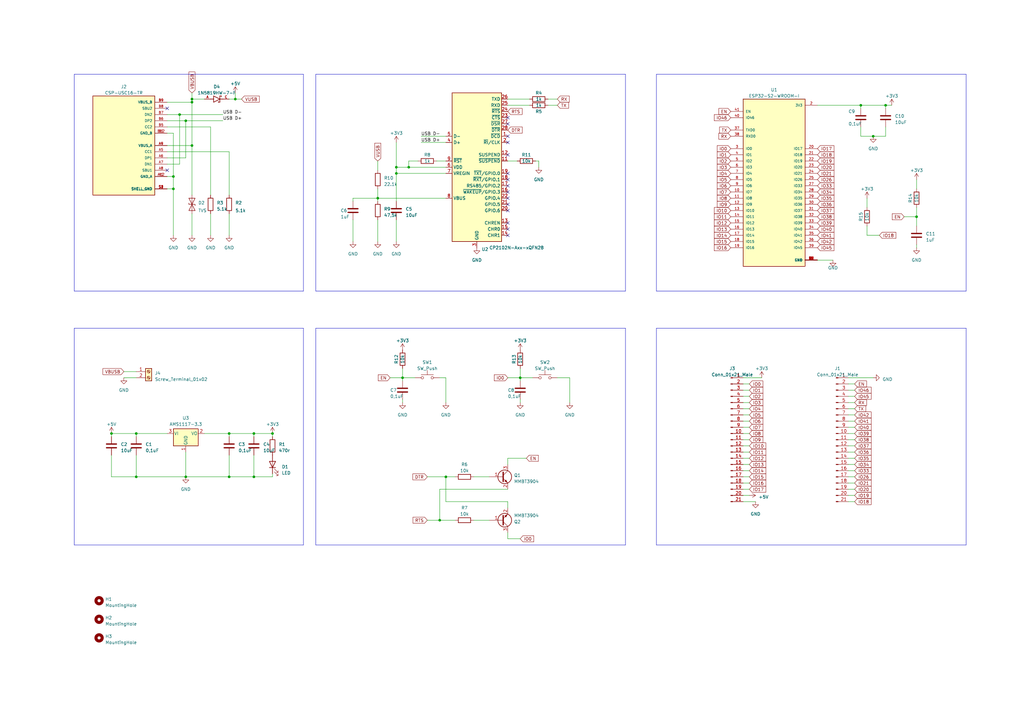
<source format=kicad_sch>
(kicad_sch (version 20230121) (generator eeschema)
  (paper "A3")
  (lib_symbols
    (symbol "1N5819HW-7-F:1N5819HW-7-F" (pin_names (offset 1.016))
      (property "Reference" "D" (at -5.08 2.54 0))
      (property "Value" "1N5819HW-7-F" (at -5.08 -3.81 0))
      (symbol "1N5819HW-7-F_0_0"
        (pin passive line (at -5.08 0 0) (length 2.54) (name "~") (number "A"))
        (pin passive line (at 5.08 0 180) (length 2.54) (name "~") (number "C"))
      )
    )
    (symbol "CSP-USC16-TR:CSP-USC16-TR" (pin_names (offset 1.016))
      (property "Reference" "J2" (at 0 16.51 0))
      (property "Value" "CSP-USC16-TR" (at 0 13.97 0))
      (symbol "CSP-USC16-TR_0_0"
        (pin power_in line (at 17.78 -20.32 180) (length 5.08) (name "GND_A") (number "A1"))
        (pin power_in line (at 17.78 -20.32 180) (length 5.08) (name "GND_A") (number "A12"))
        (pin power_in line (at 17.78 -7.62 180) (length 5.08) (name "VBUS_A") (number "A4"))
        (pin bidirectional line (at 17.78 -10.16 180) (length 5.08) (name "CC1") (number "A5"))
        (pin bidirectional line (at 17.78 -12.7 180) (length 5.08) (name "DP1") (number "A6"))
        (pin bidirectional line (at 17.78 -15.24 180) (length 5.08) (name "DN1") (number "A7"))
        (pin bidirectional line (at 17.78 -17.78 180) (length 5.08) (name "SBU1") (number "A8"))
        (pin power_in line (at 17.78 -7.62 180) (length 5.08) (name "VBUS_A") (number "A9"))
        (pin power_in line (at 17.78 -2.54 180) (length 5.08) (name "GND_B") (number "B1"))
        (pin power_in line (at 17.78 -2.54 180) (length 5.08) (name "GND_B") (number "B12"))
        (pin power_in line (at 17.78 10.16 180) (length 5.08) (name "VBUS_B") (number "B4"))
        (pin bidirectional line (at 17.78 0 180) (length 5.08) (name "CC2") (number "B5"))
        (pin bidirectional line (at 17.78 2.54 180) (length 5.08) (name "DP2") (number "B6"))
        (pin bidirectional line (at 17.78 5.08 180) (length 5.08) (name "DN2") (number "B7"))
        (pin bidirectional line (at 17.78 7.62 180) (length 5.08) (name "SBU2") (number "B8"))
        (pin power_in line (at 17.78 10.16 180) (length 5.08) (name "VBUS_B") (number "B9"))
        (pin power_in line (at 17.78 -25.4 180) (length 5.08) (name "SHELL_GND") (number "S1"))
        (pin power_in line (at 17.78 -25.4 180) (length 5.08) (name "SHELL_GND") (number "S2"))
        (pin power_in line (at 17.78 -25.4 180) (length 5.08) (name "SHELL_GND") (number "S3"))
        (pin power_in line (at 17.78 -25.4 180) (length 5.08) (name "SHELL_GND") (number "S4"))
      )
    )
    (symbol "Connector:Conn_01x21_Male" (pin_names (offset 1.016) hide)
      (property "Reference" "J" (at 0 27.94 0))
      (property "Value" "Conn_01x21_Male" (at 0 -27.94 0))
      (symbol "Conn_01x21_Male_1_1"
        (pin passive line (at 5.08 25.4 180) (length 3.81) (name "Pin_1") (number "1"))
        (pin passive line (at 5.08 2.54 180) (length 3.81) (name "Pin_10") (number "10"))
        (pin passive line (at 5.08 0 180) (length 3.81) (name "Pin_11") (number "11"))
        (pin passive line (at 5.08 -2.54 180) (length 3.81) (name "Pin_12") (number "12"))
        (pin passive line (at 5.08 -5.08 180) (length 3.81) (name "Pin_13") (number "13"))
        (pin passive line (at 5.08 -7.62 180) (length 3.81) (name "Pin_14") (number "14"))
        (pin passive line (at 5.08 -10.16 180) (length 3.81) (name "Pin_15") (number "15"))
        (pin passive line (at 5.08 -12.7 180) (length 3.81) (name "Pin_16") (number "16"))
        (pin passive line (at 5.08 -15.24 180) (length 3.81) (name "Pin_17") (number "17"))
        (pin passive line (at 5.08 -17.78 180) (length 3.81) (name "Pin_18") (number "18"))
        (pin passive line (at 5.08 -20.32 180) (length 3.81) (name "Pin_19") (number "19"))
        (pin passive line (at 5.08 22.86 180) (length 3.81) (name "Pin_2") (number "2"))
        (pin passive line (at 5.08 -22.86 180) (length 3.81) (name "Pin_20") (number "20"))
        (pin passive line (at 5.08 -25.4 180) (length 3.81) (name "Pin_21") (number "21"))
        (pin passive line (at 5.08 20.32 180) (length 3.81) (name "Pin_3") (number "3"))
        (pin passive line (at 5.08 17.78 180) (length 3.81) (name "Pin_4") (number "4"))
        (pin passive line (at 5.08 15.24 180) (length 3.81) (name "Pin_5") (number "5"))
        (pin passive line (at 5.08 12.7 180) (length 3.81) (name "Pin_6") (number "6"))
        (pin passive line (at 5.08 10.16 180) (length 3.81) (name "Pin_7") (number "7"))
        (pin passive line (at 5.08 7.62 180) (length 3.81) (name "Pin_8") (number "8"))
        (pin passive line (at 5.08 5.08 180) (length 3.81) (name "Pin_9") (number "9"))
      )
    )
    (symbol "Connector:Screw_Terminal_01x02" (pin_names (offset 1.016) hide)
      (property "Reference" "J" (at 0 2.54 0))
      (property "Value" "Screw_Terminal_01x02" (at 0 -5.08 0))
      (symbol "Screw_Terminal_01x02_1_1"
        (pin passive line (at -5.08 0 0) (length 3.81) (name "Pin_1") (number "1"))
        (pin passive line (at -5.08 -2.54 0) (length 3.81) (name "Pin_2") (number "2"))
      )
    )
    (symbol "Device:C" (pin_numbers hide) (pin_names (offset 0.254))
      (property "Reference" "C" (at 0.635 2.54 0))
      (property "Value" "C" (at 0.635 -2.54 0))
      (symbol "C_1_1"
        (pin passive line (at 0 3.81 270) (length 2.794) (name "~") (number "1"))
        (pin passive line (at 0 -3.81 90) (length 2.794) (name "~") (number "2"))
      )
    )
    (symbol "Device:LED" (pin_numbers hide) (pin_names (offset 1.016) hide)
      (property "Reference" "D" (at 0 2.54 0))
      (property "Value" "LED" (at 0 -2.54 0))
      (symbol "LED_1_1"
        (pin passive line (at -3.81 0 0) (length 2.54) (name "K") (number "1"))
        (pin passive line (at 3.81 0 180) (length 2.54) (name "A") (number "2"))
      )
    )
    (symbol "Device:R" (pin_numbers hide) (pin_names (offset 0))
      (property "Reference" "R" (at 2.032 0 90))
      (property "Value" "R" (at 0 0 90))
      (symbol "R_1_1"
        (pin passive line (at 0 3.81 270) (length 1.27) (name "~") (number "1"))
        (pin passive line (at 0 -3.81 90) (length 1.27) (name "~") (number "2"))
      )
    )
    (symbol "Diode:SD24_SOD323" (pin_numbers hide) (pin_names (offset 1.016) hide)
      (property "Reference" "D" (at 0 2.54 0))
      (property "Value" "SD24_SOD323" (at 0 -2.54 0))
      (symbol "SD24_SOD323_1_1"
        (pin passive line (at -3.81 0 0) (length 2.54) (name "A1") (number "1"))
        (pin passive line (at 3.81 0 180) (length 2.54) (name "A2") (number "2"))
      )
    )
    (symbol "ESP32-S2-WROOM-I1:ESP32-S2-WROOM-I" (pin_names (offset 1.016))
      (property "Reference" "U" (at -12.7 37.83 0))
      (property "Value" "ESP32-S2-WROOM-I" (at -12.7 -35.75 0))
      (symbol "ESP32-S2-WROOM-I_0_0"
        (pin power_in line (at 17.78 -30.48 180) (length 5.08) (name "GND") (number "1"))
        (pin bidirectional line (at -17.78 -2.54 0) (length 5.08) (name "IO7") (number "10"))
        (pin bidirectional line (at -17.78 -5.08 0) (length 5.08) (name "IO8") (number "11"))
        (pin bidirectional line (at -17.78 -7.62 0) (length 5.08) (name "IO9") (number "12"))
        (pin bidirectional line (at -17.78 -10.16 0) (length 5.08) (name "IO10") (number "13"))
        (pin bidirectional line (at -17.78 -12.7 0) (length 5.08) (name "IO11") (number "14"))
        (pin bidirectional line (at -17.78 -15.24 0) (length 5.08) (name "IO12") (number "15"))
        (pin bidirectional line (at -17.78 -17.78 0) (length 5.08) (name "IO13") (number "16"))
        (pin bidirectional line (at -17.78 -20.32 0) (length 5.08) (name "IO14") (number "17"))
        (pin bidirectional line (at -17.78 -22.86 0) (length 5.08) (name "IO15") (number "18"))
        (pin bidirectional line (at -17.78 -25.4 0) (length 5.08) (name "IO16") (number "19"))
        (pin power_in line (at 17.78 33.02 180) (length 5.08) (name "3V3") (number "2"))
        (pin bidirectional line (at 17.78 15.24 180) (length 5.08) (name "IO17") (number "20"))
        (pin bidirectional line (at 17.78 12.7 180) (length 5.08) (name "IO18") (number "21"))
        (pin bidirectional line (at 17.78 10.16 180) (length 5.08) (name "IO19") (number "22"))
        (pin bidirectional line (at 17.78 7.62 180) (length 5.08) (name "IO20") (number "23"))
        (pin bidirectional line (at 17.78 5.08 180) (length 5.08) (name "IO21") (number "24"))
        (pin bidirectional line (at 17.78 2.54 180) (length 5.08) (name "IO26") (number "25"))
        (pin power_in line (at 17.78 -30.48 180) (length 5.08) (name "GND") (number "26"))
        (pin bidirectional line (at 17.78 0 180) (length 5.08) (name "IO33") (number "27"))
        (pin bidirectional line (at 17.78 -2.54 180) (length 5.08) (name "IO34") (number "28"))
        (pin bidirectional line (at 17.78 -5.08 180) (length 5.08) (name "IO35") (number "29"))
        (pin bidirectional line (at -17.78 15.24 0) (length 5.08) (name "IO0") (number "3"))
        (pin bidirectional line (at 17.78 -7.62 180) (length 5.08) (name "IO36") (number "30"))
        (pin bidirectional line (at 17.78 -10.16 180) (length 5.08) (name "IO37") (number "31"))
        (pin bidirectional line (at 17.78 -12.7 180) (length 5.08) (name "IO38") (number "32"))
        (pin bidirectional line (at 17.78 -15.24 180) (length 5.08) (name "IO39") (number "33"))
        (pin bidirectional line (at 17.78 -17.78 180) (length 5.08) (name "IO40") (number "34"))
        (pin bidirectional line (at 17.78 -20.32 180) (length 5.08) (name "IO41") (number "35"))
        (pin bidirectional line (at 17.78 -22.86 180) (length 5.08) (name "IO42") (number "36"))
        (pin bidirectional line (at -17.78 22.86 0) (length 5.08) (name "TXD0") (number "37"))
        (pin bidirectional line (at -17.78 20.32 0) (length 5.08) (name "RXD0") (number "38"))
        (pin bidirectional line (at 17.78 -25.4 180) (length 5.08) (name "IO45") (number "39"))
        (pin bidirectional line (at -17.78 12.7 0) (length 5.08) (name "IO1") (number "4"))
        (pin input line (at -17.78 27.94 0) (length 5.08) (name "IO46") (number "40"))
        (pin input line (at -17.78 30.48 0) (length 5.08) (name "EN") (number "41"))
        (pin power_in line (at 17.78 -30.48 180) (length 5.08) (name "GND") (number "42"))
        (pin power_in line (at 17.78 -30.48 180) (length 5.08) (name "GND") (number "43"))
        (pin power_in line (at 17.78 -30.48 180) (length 5.08) (name "GND") (number "44"))
        (pin power_in line (at 17.78 -30.48 180) (length 5.08) (name "GND") (number "45"))
        (pin power_in line (at 17.78 -30.48 180) (length 5.08) (name "GND") (number "46"))
        (pin power_in line (at 17.78 -30.48 180) (length 5.08) (name "GND") (number "47"))
        (pin power_in line (at 17.78 -30.48 180) (length 5.08) (name "GND") (number "48"))
        (pin power_in line (at 17.78 -30.48 180) (length 5.08) (name "GND") (number "49"))
        (pin bidirectional line (at -17.78 10.16 0) (length 5.08) (name "IO2") (number "5"))
        (pin power_in line (at 17.78 -30.48 180) (length 5.08) (name "GND") (number "50"))
        (pin power_in line (at 17.78 -30.48 180) (length 5.08) (name "GND") (number "51"))
        (pin bidirectional line (at -17.78 7.62 0) (length 5.08) (name "IO3") (number "6"))
        (pin bidirectional line (at -17.78 5.08 0) (length 5.08) (name "IO4") (number "7"))
        (pin bidirectional line (at -17.78 2.54 0) (length 5.08) (name "IO5") (number "8"))
        (pin bidirectional line (at -17.78 0 0) (length 5.08) (name "IO6") (number "9"))
      )
    )
    (symbol "Interface_USB:CP2102N-Axx-xQFN28"
      (property "Reference" "U2" (at 1.9559 -33.655 0))
      (property "Value" "CP2102N-Axx-xQFN28" (at -4.445 -37.465 0))
      (symbol "CP2102N-Axx-xQFN28_1_1"
        (pin input line (at 12.7 12.7 180) (length 2.54) (name "~{DCD}") (number "1"))
        (pin no_connect line (at -10.16 -27.94 0) (length 2.54) hide (name "NC") (number "10"))
        (pin output line (at 12.7 2.54 180) (length 2.54) (name "~{SUSPEND}") (number "11"))
        (pin output line (at 12.7 5.08 180) (length 2.54) (name "SUSPEND") (number "12"))
        (pin output line (at 12.7 -22.86 180) (length 2.54) (name "CHREN") (number "13"))
        (pin output line (at 12.7 -27.94 180) (length 2.54) (name "CHR1") (number "14"))
        (pin output line (at 12.7 -25.4 180) (length 2.54) (name "CHR0") (number "15"))
        (pin bidirectional line (at 12.7 -10.16 180) (length 2.54) (name "~{WAKEUP}/GPIO.3") (number "16"))
        (pin bidirectional line (at 12.7 -7.62 180) (length 2.54) (name "RS485/GPIO.2") (number "17"))
        (pin bidirectional line (at 12.7 -5.08 180) (length 2.54) (name "~{RXT}/GPIO.1") (number "18"))
        (pin bidirectional line (at 12.7 -2.54 180) (length 2.54) (name "~{TXT}/GPIO.0") (number "19"))
        (pin bidirectional line (at 12.7 10.16 180) (length 2.54) (name "~{RI}/CLK") (number "2"))
        (pin bidirectional line (at 12.7 -17.78 180) (length 2.54) (name "GPIO.6") (number "20"))
        (pin bidirectional line (at 12.7 -15.24 180) (length 2.54) (name "GPIO.5") (number "21"))
        (pin bidirectional line (at 12.7 -12.7 180) (length 2.54) (name "GPIO.4") (number "22"))
        (pin input line (at 12.7 20.32 180) (length 2.54) (name "~{CTS}") (number "23"))
        (pin output line (at 12.7 22.86 180) (length 2.54) (name "~{RTS}") (number "24"))
        (pin input line (at 12.7 25.4 180) (length 2.54) (name "RXD") (number "25"))
        (pin output line (at 12.7 27.94 180) (length 2.54) (name "TXD") (number "26"))
        (pin input line (at 12.7 17.78 180) (length 2.54) (name "~{DSR}") (number "27"))
        (pin output line (at 12.7 15.24 180) (length 2.54) (name "~{DTR}") (number "28"))
        (pin passive line (at 0 -33.02 90) (length 2.54) hide (name "GND") (number "29"))
        (pin power_in line (at 0 -33.02 90) (length 2.54) (name "GND") (number "3"))
        (pin bidirectional line (at -12.7 10.16 0) (length 2.54) (name "D+") (number "4"))
        (pin bidirectional line (at -12.7 12.7 0) (length 2.54) (name "D-") (number "5"))
        (pin power_in line (at -12.7 0 0) (length 2.54) (name "VDD") (number "6"))
        (pin power_in line (at -12.7 -2.54 0) (length 2.54) (name "VREGIN") (number "7"))
        (pin input line (at -12.7 -12.7 0) (length 2.54) (name "VBUS") (number "8"))
        (pin input line (at -12.7 2.54 0) (length 2.54) (name "~{RST}") (number "9"))
      )
    )
    (symbol "Mechanical:MountingHole" (pin_names (offset 1.016))
      (property "Reference" "H" (at 0 5.08 0))
      (property "Value" "MountingHole" (at 0 3.175 0))
    )
    (symbol "Regulator_Linear:AMS1117-3.3" (pin_names (offset 0.254))
      (property "Reference" "U" (at -3.81 3.175 0))
      (property "Value" "AMS1117-3.3" (at 0 3.175 0))
      (symbol "AMS1117-3.3_1_1"
        (pin power_in line (at 0 -7.62 90) (length 2.54) (name "GND") (number "1"))
        (pin power_out line (at 7.62 0 180) (length 2.54) (name "VO") (number "2"))
        (pin power_in line (at -7.62 0 0) (length 2.54) (name "VI") (number "3"))
      )
    )
    (symbol "Switch:SW_Push" (pin_numbers hide) (pin_names (offset 1.016) hide)
      (property "Reference" "SW" (at 1.27 2.54 0))
      (property "Value" "SW_Push" (at 0 -1.524 0))
      (symbol "SW_Push_0_1"
        (pin passive line (at -5.08 0 0) (length 2.54) (name "1") (number "1"))
        (pin passive line (at 5.08 0 180) (length 2.54) (name "2") (number "2"))
      )
    )
    (symbol "Transistor_BJT:MMBT3904" (pin_names (offset 0) hide)
      (property "Reference" "Q" (at 5.08 1.905 0))
      (property "Value" "MMBT3904" (at 5.08 0 0))
      (symbol "MMBT3904_1_1"
        (pin input line (at -5.08 0 0) (length 5.715) (name "B") (number "1"))
        (pin passive line (at 2.54 -5.08 90) (length 2.54) (name "E") (number "2"))
        (pin passive line (at 2.54 5.08 270) (length 2.54) (name "C") (number "3"))
      )
    )
    (symbol "power:+3V3" (power) (pin_names (offset 0))
      (property "Value" "+3V3" (at 0 3.556 0))
      (symbol "+3V3_1_1"
        (pin power_in line (at 0 0 90) (length 0) hide (name "+3V3") (number "1"))
      )
    )
    (symbol "power:+5V" (power) (pin_names (offset 0))
      (property "Value" "+5V" (at 0 3.556 0))
      (symbol "+5V_1_1"
        (pin power_in line (at 0 0 90) (length 0) hide (name "+5V") (number "1"))
      )
    )
    (symbol "power:GND" (power) (pin_names (offset 0))
      (property "Value" "GND" (at 0 -3.81 0))
      (symbol "GND_1_1"
        (pin power_in line (at 0 0 270) (length 0) hide (name "GND") (number "1"))
      )
    )
  )
  (junction (at 363.22 43.18))
  (junction (at 45.72 177.8))
  (junction (at 93.98 195.58))
  (junction (at 93.98 177.8))
  (junction (at 358.14 55.88))
  (junction (at 71.12 77.47))
  (junction (at 111.76 177.8))
  (junction (at 73.66 46.99))
  (junction (at 104.14 195.58))
  (junction (at 104.14 177.8))
  (junction (at 78.74 59.69))
  (junction (at 55.88 195.58))
  (junction (at 180.34 213.36))
  (junction (at 154.94 81.28))
  (junction (at 78.74 41.91))
  (junction (at 167.64 68.58))
  (junction (at 162.56 68.58))
  (junction (at 76.2 49.53))
  (junction (at 182.88 195.58))
  (junction (at 78.74 40.64))
  (junction (at 71.12 72.39))
  (junction (at 165.1 154.94))
  (junction (at 213.36 154.94))
  (junction (at 55.88 177.8))
  (junction (at 353.06 43.18))
  (junction (at 375.92 88.9))
  (junction (at 76.2 195.58))
  (junction (at 162.56 71.12))
  (junction (at 96.52 40.64))
  (no_connect (at 68.58 44.45))
  (no_connect (at 208.28 86.36))
  (no_connect (at 208.28 81.28))
  (no_connect (at 208.28 55.88))
  (no_connect (at 208.28 96.52))
  (no_connect (at 208.28 93.98))
  (no_connect (at 208.28 63.5))
  (no_connect (at 68.58 69.85))
  (no_connect (at 208.28 78.74))
  (no_connect (at 208.28 58.42))
  (no_connect (at 208.28 48.26))
  (no_connect (at 208.28 76.2))
  (no_connect (at 208.28 50.8))
  (no_connect (at 208.28 73.66))
  (no_connect (at 208.28 91.44))
  (no_connect (at 208.28 71.12))
  (no_connect (at 208.28 83.82))
  (polyline (pts (xy 256.54 223.52) (xy 256.54 134.62)))
  (wire (pts (xy 363.22 52.07) (xy 363.22 55.88)))
  (wire (pts (xy 208.28 154.94) (xy 213.36 154.94)))
  (wire (pts (xy 304.8 157.48) (xy 307.34 157.48)))
  (wire (pts (xy 93.98 179.07) (xy 93.98 177.8)))
  (wire (pts (xy 312.42 154.94) (xy 304.8 154.94)))
  (wire (pts (xy 347.98 203.2) (xy 350.52 203.2)))
  (wire (pts (xy 182.88 205.74) (xy 208.28 205.74)))
  (wire (pts (xy 347.98 198.12) (xy 350.52 198.12)))
  (wire (pts (xy 76.2 49.53) (xy 91.44 49.53)))
  (wire (pts (xy 307.34 200.66) (xy 304.8 200.66)))
  (wire (pts (xy 208.28 187.96) (xy 208.28 190.5)))
  (wire (pts (xy 144.78 90.17) (xy 144.78 99.06)))
  (wire (pts (xy 45.72 177.8) (xy 45.72 179.07)))
  (wire (pts (xy 304.8 162.56) (xy 307.34 162.56)))
  (polyline (pts (xy 129.54 223.52) (xy 256.54 223.52)))
  (wire (pts (xy 182.88 154.94) (xy 180.34 154.94)))
  (wire (pts (xy 76.2 195.58) (xy 93.98 195.58)))
  (wire (pts (xy 375.92 101.6) (xy 375.92 100.33)))
  (polyline (pts (xy 269.24 134.62) (xy 269.24 223.52)))
  (wire (pts (xy 162.56 71.12) (xy 162.56 82.55)))
  (wire (pts (xy 304.8 175.26) (xy 307.34 175.26)))
  (wire (pts (xy 55.88 195.58) (xy 76.2 195.58)))
  (polyline (pts (xy 269.24 134.62) (xy 396.24 134.62)))
  (wire (pts (xy 71.12 72.39) (xy 71.12 77.47)))
  (polyline (pts (xy 129.54 30.48) (xy 256.54 30.48)))
  (wire (pts (xy 71.12 77.47) (xy 71.12 96.52)))
  (wire (pts (xy 68.58 177.8) (xy 55.88 177.8)))
  (wire (pts (xy 363.22 43.18) (xy 353.06 43.18)))
  (wire (pts (xy 172.72 58.42) (xy 182.88 58.42)))
  (wire (pts (xy 218.44 154.94) (xy 213.36 154.94)))
  (wire (pts (xy 68.58 67.31) (xy 73.66 67.31)))
  (wire (pts (xy 93.98 40.64) (xy 96.52 40.64)))
  (wire (pts (xy 78.74 41.91) (xy 78.74 59.69)))
  (polyline (pts (xy 129.54 30.48) (xy 129.54 119.38)))
  (wire (pts (xy 304.8 170.18) (xy 307.34 170.18)))
  (wire (pts (xy 208.28 187.96) (xy 215.9 187.96)))
  (wire (pts (xy 68.58 46.99) (xy 73.66 46.99)))
  (wire (pts (xy 167.64 68.58) (xy 167.64 66.04)))
  (wire (pts (xy 55.88 177.8) (xy 45.72 177.8)))
  (wire (pts (xy 353.06 55.88) (xy 353.06 52.07)))
  (wire (pts (xy 76.2 195.58) (xy 76.2 185.42)))
  (polyline (pts (xy 256.54 119.38) (xy 256.54 30.48)))
  (wire (pts (xy 208.28 66.04) (xy 212.09 66.04)))
  (wire (pts (xy 347.98 160.02) (xy 350.52 160.02)))
  (wire (pts (xy 154.94 81.28) (xy 182.88 81.28)))
  (wire (pts (xy 304.8 160.02) (xy 307.34 160.02)))
  (wire (pts (xy 144.78 81.28) (xy 144.78 82.55)))
  (wire (pts (xy 86.36 52.07) (xy 86.36 80.01)))
  (wire (pts (xy 194.31 195.58) (xy 200.66 195.58)))
  (wire (pts (xy 304.8 172.72) (xy 307.34 172.72)))
  (wire (pts (xy 154.94 81.28) (xy 144.78 81.28)))
  (wire (pts (xy 172.72 55.88) (xy 182.88 55.88)))
  (wire (pts (xy 55.88 186.69) (xy 55.88 195.58)))
  (wire (pts (xy 154.94 66.04) (xy 154.94 69.85)))
  (wire (pts (xy 180.34 200.66) (xy 180.34 213.36)))
  (wire (pts (xy 304.8 190.5) (xy 307.34 190.5)))
  (wire (pts (xy 76.2 49.53) (xy 76.2 64.77)))
  (wire (pts (xy 228.6 40.64) (xy 224.79 40.64)))
  (wire (pts (xy 358.14 55.88) (xy 363.22 55.88)))
  (wire (pts (xy 304.8 195.58) (xy 307.34 195.58)))
  (wire (pts (xy 55.88 177.8) (xy 55.88 179.07)))
  (wire (pts (xy 304.8 167.64) (xy 307.34 167.64)))
  (polyline (pts (xy 129.54 134.62) (xy 256.54 134.62)))
  (polyline (pts (xy 396.24 119.38) (xy 396.24 30.48)))
  (wire (pts (xy 347.98 193.04) (xy 350.52 193.04)))
  (wire (pts (xy 208.28 218.44) (xy 208.28 220.98)))
  (wire (pts (xy 220.98 66.04) (xy 219.71 66.04)))
  (wire (pts (xy 162.56 58.42) (xy 162.56 68.58)))
  (wire (pts (xy 335.28 43.18) (xy 353.06 43.18)))
  (wire (pts (xy 93.98 87.63) (xy 93.98 96.52)))
  (wire (pts (xy 111.76 177.8) (xy 111.76 179.07)))
  (wire (pts (xy 68.58 52.07) (xy 86.36 52.07)))
  (wire (pts (xy 93.98 62.23) (xy 93.98 80.01)))
  (wire (pts (xy 68.58 41.91) (xy 78.74 41.91)))
  (wire (pts (xy 175.26 213.36) (xy 180.34 213.36)))
  (wire (pts (xy 347.98 185.42) (xy 350.52 185.42)))
  (wire (pts (xy 68.58 59.69) (xy 78.74 59.69)))
  (polyline (pts (xy 269.24 30.48) (xy 396.24 30.48)))
  (wire (pts (xy 213.36 154.94) (xy 213.36 156.21)))
  (wire (pts (xy 73.66 67.31) (xy 73.66 46.99)))
  (wire (pts (xy 93.98 177.8) (xy 83.82 177.8)))
  (wire (pts (xy 104.14 179.07) (xy 104.14 177.8)))
  (wire (pts (xy 182.88 154.94) (xy 182.88 165.1)))
  (wire (pts (xy 304.8 198.12) (xy 307.34 198.12)))
  (wire (pts (xy 363.22 43.18) (xy 363.22 44.45)))
  (wire (pts (xy 347.98 172.72) (xy 350.52 172.72)))
  (wire (pts (xy 304.8 182.88) (xy 307.34 182.88)))
  (wire (pts (xy 154.94 81.28) (xy 154.94 82.55)))
  (wire (pts (xy 182.88 195.58) (xy 182.88 205.74)))
  (wire (pts (xy 55.88 154.94) (xy 50.8 154.94)))
  (wire (pts (xy 347.98 165.1) (xy 350.52 165.1)))
  (wire (pts (xy 78.74 38.1) (xy 78.74 40.64)))
  (wire (pts (xy 347.98 182.88) (xy 350.52 182.88)))
  (wire (pts (xy 55.88 152.4) (xy 50.8 152.4)))
  (wire (pts (xy 165.1 154.94) (xy 170.18 154.94)))
  (wire (pts (xy 162.56 68.58) (xy 162.56 71.12)))
  (wire (pts (xy 347.98 180.34) (xy 350.52 180.34)))
  (wire (pts (xy 68.58 49.53) (xy 76.2 49.53)))
  (wire (pts (xy 304.8 203.2) (xy 307.34 203.2)))
  (polyline (pts (xy 269.24 223.52) (xy 396.24 223.52)))
  (wire (pts (xy 68.58 54.61) (xy 71.12 54.61)))
  (wire (pts (xy 347.98 200.66) (xy 350.52 200.66)))
  (wire (pts (xy 78.74 40.64) (xy 83.82 40.64)))
  (wire (pts (xy 353.06 43.18) (xy 353.06 44.45)))
  (wire (pts (xy 68.58 77.47) (xy 71.12 77.47)))
  (polyline (pts (xy 30.48 119.38) (xy 124.46 119.38)))
  (wire (pts (xy 358.14 154.94) (xy 347.98 154.94)))
  (wire (pts (xy 304.8 187.96) (xy 307.34 187.96)))
  (polyline (pts (xy 30.48 30.48) (xy 124.46 30.48)))
  (wire (pts (xy 347.98 190.5) (xy 350.52 190.5)))
  (wire (pts (xy 45.72 195.58) (xy 55.88 195.58)))
  (polyline (pts (xy 30.48 30.48) (xy 30.48 119.38)))
  (wire (pts (xy 213.36 165.1) (xy 213.36 163.83)))
  (wire (pts (xy 208.28 208.28) (xy 208.28 205.74)))
  (wire (pts (xy 360.68 96.52) (xy 355.6 96.52)))
  (wire (pts (xy 104.14 177.8) (xy 93.98 177.8)))
  (wire (pts (xy 375.92 85.09) (xy 375.92 88.9)))
  (wire (pts (xy 165.1 151.13) (xy 165.1 154.94)))
  (wire (pts (xy 228.6 43.18) (xy 224.79 43.18)))
  (wire (pts (xy 304.8 177.8) (xy 307.34 177.8)))
  (wire (pts (xy 304.8 180.34) (xy 307.34 180.34)))
  (polyline (pts (xy 124.46 119.38) (xy 124.46 30.48)))
  (wire (pts (xy 179.07 66.04) (xy 182.88 66.04)))
  (wire (pts (xy 104.14 195.58) (xy 104.14 186.69)))
  (wire (pts (xy 165.1 154.94) (xy 165.1 156.21)))
  (wire (pts (xy 160.02 154.94) (xy 165.1 154.94)))
  (wire (pts (xy 233.68 154.94) (xy 228.6 154.94)))
  (wire (pts (xy 154.94 77.47) (xy 154.94 81.28)))
  (polyline (pts (xy 269.24 30.48) (xy 269.24 119.38)))
  (polyline (pts (xy 129.54 134.62) (xy 129.54 223.52)))
  (wire (pts (xy 68.58 62.23) (xy 93.98 62.23)))
  (wire (pts (xy 304.8 205.74) (xy 309.88 205.74)))
  (polyline (pts (xy 129.54 119.38) (xy 256.54 119.38)))
  (wire (pts (xy 347.98 175.26) (xy 350.52 175.26)))
  (wire (pts (xy 341.63 106.68) (xy 335.28 106.68)))
  (wire (pts (xy 45.72 186.69) (xy 45.72 195.58)))
  (wire (pts (xy 162.56 68.58) (xy 167.64 68.58)))
  (wire (pts (xy 154.94 99.06) (xy 154.94 90.17)))
  (wire (pts (xy 96.52 38.1) (xy 96.52 40.64)))
  (wire (pts (xy 375.92 88.9) (xy 375.92 92.71)))
  (wire (pts (xy 78.74 59.69) (xy 78.74 80.01)))
  (wire (pts (xy 208.28 200.66) (xy 180.34 200.66)))
  (wire (pts (xy 71.12 54.61) (xy 71.12 72.39)))
  (wire (pts (xy 208.28 220.98) (xy 213.36 220.98)))
  (wire (pts (xy 68.58 72.39) (xy 71.12 72.39)))
  (wire (pts (xy 180.34 213.36) (xy 186.69 213.36)))
  (wire (pts (xy 73.66 46.99) (xy 91.44 46.99)))
  (wire (pts (xy 347.98 162.56) (xy 350.52 162.56)))
  (wire (pts (xy 78.74 40.64) (xy 78.74 41.91)))
  (wire (pts (xy 347.98 187.96) (xy 350.52 187.96)))
  (wire (pts (xy 220.98 68.58) (xy 220.98 66.04)))
  (wire (pts (xy 347.98 170.18) (xy 350.52 170.18)))
  (wire (pts (xy 78.74 87.63) (xy 78.74 96.52)))
  (wire (pts (xy 358.14 55.88) (xy 353.06 55.88)))
  (wire (pts (xy 304.8 193.04) (xy 307.34 193.04)))
  (polyline (pts (xy 124.46 223.52) (xy 124.46 134.62)))
  (wire (pts (xy 304.8 185.42) (xy 307.34 185.42)))
  (wire (pts (xy 208.28 40.64) (xy 217.17 40.64)))
  (wire (pts (xy 347.98 177.8) (xy 350.52 177.8)))
  (wire (pts (xy 304.8 165.1) (xy 307.34 165.1)))
  (wire (pts (xy 86.36 87.63) (xy 86.36 96.52)))
  (wire (pts (xy 96.52 40.64) (xy 99.06 40.64)))
  (wire (pts (xy 162.56 90.17) (xy 162.56 99.06)))
  (wire (pts (xy 104.14 195.58) (xy 111.76 195.58)))
  (wire (pts (xy 365.76 43.18) (xy 363.22 43.18)))
  (wire (pts (xy 182.88 68.58) (xy 167.64 68.58)))
  (wire (pts (xy 347.98 157.48) (xy 350.52 157.48)))
  (wire (pts (xy 213.36 154.94) (xy 213.36 151.13)))
  (wire (pts (xy 194.31 213.36) (xy 200.66 213.36)))
  (wire (pts (xy 347.98 195.58) (xy 350.52 195.58)))
  (wire (pts (xy 370.84 88.9) (xy 375.92 88.9)))
  (wire (pts (xy 167.64 66.04) (xy 171.45 66.04)))
  (wire (pts (xy 162.56 71.12) (xy 182.88 71.12)))
  (wire (pts (xy 233.68 165.1) (xy 233.68 154.94)))
  (wire (pts (xy 165.1 165.1) (xy 165.1 163.83)))
  (wire (pts (xy 93.98 195.58) (xy 93.98 186.69)))
  (polyline (pts (xy 30.48 134.62) (xy 124.46 134.62)))
  (wire (pts (xy 347.98 205.74) (xy 350.52 205.74)))
  (wire (pts (xy 104.14 177.8) (xy 111.76 177.8)))
  (wire (pts (xy 175.26 195.58) (xy 182.88 195.58)))
  (wire (pts (xy 182.88 195.58) (xy 186.69 195.58)))
  (polyline (pts (xy 30.48 223.52) (xy 124.46 223.52)))
  (wire (pts (xy 208.28 43.18) (xy 217.17 43.18)))
  (wire (pts (xy 111.76 195.58) (xy 111.76 194.31)))
  (wire (pts (xy 375.92 73.66) (xy 375.92 77.47)))
  (wire (pts (xy 347.98 167.64) (xy 350.52 167.64)))
  (polyline (pts (xy 396.24 223.52) (xy 396.24 134.62)))
  (wire (pts (xy 93.98 195.58) (xy 104.14 195.58)))
  (polyline (pts (xy 30.48 134.62) (xy 30.48 223.52)))
  (wire (pts (xy 355.6 81.28) (xy 355.6 85.09)))
  (wire (pts (xy 355.6 96.52) (xy 355.6 92.71)))
  (wire (pts (xy 68.58 64.77) (xy 76.2 64.77)))
  (polyline (pts (xy 269.24 119.38) (xy 396.24 119.38)))
  (label "USB D+" (at 91.44 49.53 0))
  (label "USB D-" (at 91.44 46.99 0))
  (label "USB D-" (at 172.72 55.88 0))
  (label "USB D+" (at 172.72 58.42 0))
  (global_label "IO36" (shape input) (at 350.52 185.42 0) (property "Intersheetrefs" "${INTERSHEET_REFS}" (effects hide)))
  (global_label "IO38" (shape input) (at 335.28 88.9 0) (property "Intersheetrefs" "${INTERSHEET_REFS}" (effects hide)))
  (global_label "RX" (shape input) (at 350.52 165.1 0) (property "Intersheetrefs" "${INTERSHEET_REFS}" (effects hide)))
  (global_label "IO34" (shape input) (at 335.28 78.74 0) (property "Intersheetrefs" "${INTERSHEET_REFS}" (effects hide)))
  (global_label "IO0" (shape input) (at 208.28 154.94 180) (property "Intersheetrefs" "${INTERSHEET_REFS}" (effects hide)))
  (global_label "IO42" (shape input) (at 350.52 170.18 0) (property "Intersheetrefs" "${INTERSHEET_REFS}" (effects hide)))
  (global_label "IO45" (shape input) (at 350.52 162.56 0) (property "Intersheetrefs" "${INTERSHEET_REFS}" (effects hide)))
  (global_label "IO0" (shape input) (at 307.34 157.48 0) (property "Intersheetrefs" "${INTERSHEET_REFS}" (effects hide)))
  (global_label "IO2" (shape input) (at 299.72 66.04 180) (property "Intersheetrefs" "${INTERSHEET_REFS}" (effects hide)))
  (global_label "IO10" (shape input) (at 299.72 86.36 180) (property "Intersheetrefs" "${INTERSHEET_REFS}" (effects hide)))
  (global_label "EN" (shape input) (at 370.84 88.9 180) (property "Intersheetrefs" "${INTERSHEET_REFS}" (effects hide)))
  (global_label "IO3" (shape input) (at 299.72 68.58 180) (property "Intersheetrefs" "${INTERSHEET_REFS}" (effects hide)))
  (global_label "VBUSB" (shape input) (at 78.74 38.1 90) (property "Intersheetrefs" "${INTERSHEET_REFS}" (effects hide)))
  (global_label "IO16" (shape input) (at 299.72 101.6 180) (property "Intersheetrefs" "${INTERSHEET_REFS}" (effects hide)))
  (global_label "IO41" (shape input) (at 335.28 96.52 0) (property "Intersheetrefs" "${INTERSHEET_REFS}" (effects hide)))
  (global_label "IO33" (shape input) (at 335.28 76.2 0) (property "Intersheetrefs" "${INTERSHEET_REFS}" (effects hide)))
  (global_label "IO11" (shape input) (at 307.34 185.42 0) (property "Intersheetrefs" "${INTERSHEET_REFS}" (effects hide)))
  (global_label "IO21" (shape input) (at 335.28 71.12 0) (property "Intersheetrefs" "${INTERSHEET_REFS}" (effects hide)))
  (global_label "IO9" (shape input) (at 307.34 180.34 0) (property "Intersheetrefs" "${INTERSHEET_REFS}" (effects hide)))
  (global_label "IO9" (shape input) (at 299.72 83.82 180) (property "Intersheetrefs" "${INTERSHEET_REFS}" (effects hide)))
  (global_label "IO15" (shape input) (at 299.72 99.06 180) (property "Intersheetrefs" "${INTERSHEET_REFS}" (effects hide)))
  (global_label "IO0" (shape input) (at 299.72 60.96 180) (property "Intersheetrefs" "${INTERSHEET_REFS}" (effects hide)))
  (global_label "IO41" (shape input) (at 350.52 172.72 0) (property "Intersheetrefs" "${INTERSHEET_REFS}" (effects hide)))
  (global_label "IO6" (shape input) (at 307.34 172.72 0) (property "Intersheetrefs" "${INTERSHEET_REFS}" (effects hide)))
  (global_label "IO35" (shape input) (at 350.52 187.96 0) (property "Intersheetrefs" "${INTERSHEET_REFS}" (effects hide)))
  (global_label "VBUSB" (shape input) (at 50.8 152.4 180) (property "Intersheetrefs" "${INTERSHEET_REFS}" (effects hide)))
  (global_label "IO4" (shape input) (at 299.72 71.12 180) (property "Intersheetrefs" "${INTERSHEET_REFS}" (effects hide)))
  (global_label "IO20" (shape input) (at 350.52 200.66 0) (property "Intersheetrefs" "${INTERSHEET_REFS}" (effects hide)))
  (global_label "IO6" (shape input) (at 299.72 76.2 180) (property "Intersheetrefs" "${INTERSHEET_REFS}" (effects hide)))
  (global_label "IO1" (shape input) (at 307.34 160.02 0) (property "Intersheetrefs" "${INTERSHEET_REFS}" (effects hide)))
  (global_label "IO18" (shape input) (at 360.68 96.52 0) (property "Intersheetrefs" "${INTERSHEET_REFS}" (effects hide)))
  (global_label "VUSB" (shape input) (at 99.06 40.64 0) (property "Intersheetrefs" "${INTERSHEET_REFS}" (effects hide)))
  (global_label "IO42" (shape input) (at 335.28 99.06 0) (property "Intersheetrefs" "${INTERSHEET_REFS}" (effects hide)))
  (global_label "IO18" (shape input) (at 350.52 205.74 0) (property "Intersheetrefs" "${INTERSHEET_REFS}" (effects hide)))
  (global_label "DTR" (shape input) (at 175.26 195.58 180) (property "Intersheetrefs" "${INTERSHEET_REFS}" (effects hide)))
  (global_label "DTR" (shape input) (at 208.28 53.34 0) (property "Intersheetrefs" "${INTERSHEET_REFS}" (effects hide)))
  (global_label "IO35" (shape input) (at 335.28 81.28 0) (property "Intersheetrefs" "${INTERSHEET_REFS}" (effects hide)))
  (global_label "TX" (shape input) (at 350.52 167.64 0) (property "Intersheetrefs" "${INTERSHEET_REFS}" (effects hide)))
  (global_label "IO12" (shape input) (at 299.72 91.44 180) (property "Intersheetrefs" "${INTERSHEET_REFS}" (effects hide)))
  (global_label "IO40" (shape input) (at 335.28 93.98 0) (property "Intersheetrefs" "${INTERSHEET_REFS}" (effects hide)))
  (global_label "RX" (shape input) (at 299.72 55.88 180) (property "Intersheetrefs" "${INTERSHEET_REFS}" (effects hide)))
  (global_label "IO0" (shape input) (at 213.36 220.98 0) (property "Intersheetrefs" "${INTERSHEET_REFS}" (effects hide)))
  (global_label "IO37" (shape input) (at 350.52 182.88 0) (property "Intersheetrefs" "${INTERSHEET_REFS}" (effects hide)))
  (global_label "IO3" (shape input) (at 307.34 165.1 0) (property "Intersheetrefs" "${INTERSHEET_REFS}" (effects hide)))
  (global_label "IO5" (shape input) (at 307.34 170.18 0) (property "Intersheetrefs" "${INTERSHEET_REFS}" (effects hide)))
  (global_label "IO8" (shape input) (at 299.72 81.28 180) (property "Intersheetrefs" "${INTERSHEET_REFS}" (effects hide)))
  (global_label "IO14" (shape input) (at 307.34 193.04 0) (property "Intersheetrefs" "${INTERSHEET_REFS}" (effects hide)))
  (global_label "IO40" (shape input) (at 350.52 175.26 0) (property "Intersheetrefs" "${INTERSHEET_REFS}" (effects hide)))
  (global_label "IO2" (shape input) (at 307.34 162.56 0) (property "Intersheetrefs" "${INTERSHEET_REFS}" (effects hide)))
  (global_label "IO12" (shape input) (at 307.34 187.96 0) (property "Intersheetrefs" "${INTERSHEET_REFS}" (effects hide)))
  (global_label "EN" (shape input) (at 160.02 154.94 180) (property "Intersheetrefs" "${INTERSHEET_REFS}" (effects hide)))
  (global_label "IO14" (shape input) (at 299.72 96.52 180) (property "Intersheetrefs" "${INTERSHEET_REFS}" (effects hide)))
  (global_label "IO7" (shape input) (at 299.72 78.74 180) (property "Intersheetrefs" "${INTERSHEET_REFS}" (effects hide)))
  (global_label "IO37" (shape input) (at 335.28 86.36 0) (property "Intersheetrefs" "${INTERSHEET_REFS}" (effects hide)))
  (global_label "IO11" (shape input) (at 299.72 88.9 180) (property "Intersheetrefs" "${INTERSHEET_REFS}" (effects hide)))
  (global_label "IO4" (shape input) (at 307.34 167.64 0) (property "Intersheetrefs" "${INTERSHEET_REFS}" (effects hide)))
  (global_label "RTS" (shape input) (at 175.26 213.36 180) (property "Intersheetrefs" "${INTERSHEET_REFS}" (effects hide)))
  (global_label "RX" (shape input) (at 228.6 40.64 0) (property "Intersheetrefs" "${INTERSHEET_REFS}" (effects hide)))
  (global_label "IO45" (shape input) (at 335.28 101.6 0) (property "Intersheetrefs" "${INTERSHEET_REFS}" (effects hide)))
  (global_label "IO33" (shape input) (at 350.52 193.04 0) (property "Intersheetrefs" "${INTERSHEET_REFS}" (effects hide)))
  (global_label "RTS" (shape input) (at 208.28 45.72 0) (property "Intersheetrefs" "${INTERSHEET_REFS}" (effects hide)))
  (global_label "IO36" (shape input) (at 335.28 83.82 0) (property "Intersheetrefs" "${INTERSHEET_REFS}" (effects hide)))
  (global_label "IO38" (shape input) (at 350.52 180.34 0) (property "Intersheetrefs" "${INTERSHEET_REFS}" (effects hide)))
  (global_label "TX" (shape input) (at 228.6 43.18 0) (property "Intersheetrefs" "${INTERSHEET_REFS}" (effects hide)))
  (global_label "IO19" (shape input) (at 350.52 203.2 0) (property "Intersheetrefs" "${INTERSHEET_REFS}" (effects hide)))
  (global_label "EN" (shape input) (at 299.72 45.72 180) (property "Intersheetrefs" "${INTERSHEET_REFS}" (effects hide)))
  (global_label "IO1" (shape input) (at 299.72 63.5 180) (property "Intersheetrefs" "${INTERSHEET_REFS}" (effects hide)))
  (global_label "IO15" (shape input) (at 307.34 195.58 0) (property "Intersheetrefs" "${INTERSHEET_REFS}" (effects hide)))
  (global_label "IO19" (shape input) (at 335.28 66.04 0) (property "Intersheetrefs" "${INTERSHEET_REFS}" (effects hide)))
  (global_label "IO26" (shape input) (at 350.52 195.58 0) (property "Intersheetrefs" "${INTERSHEET_REFS}" (effects hide)))
  (global_label "IO5" (shape input) (at 299.72 73.66 180) (property "Intersheetrefs" "${INTERSHEET_REFS}" (effects hide)))
  (global_label "IO46" (shape input) (at 350.52 160.02 0) (property "Intersheetrefs" "${INTERSHEET_REFS}" (effects hide)))
  (global_label "IO20" (shape input) (at 335.28 68.58 0) (property "Intersheetrefs" "${INTERSHEET_REFS}" (effects hide)))
  (global_label "TX" (shape input) (at 299.72 53.34 180) (property "Intersheetrefs" "${INTERSHEET_REFS}" (effects hide)))
  (global_label "IO13" (shape input) (at 299.72 93.98 180) (property "Intersheetrefs" "${INTERSHEET_REFS}" (effects hide)))
  (global_label "EN" (shape input) (at 215.9 187.96 0) (property "Intersheetrefs" "${INTERSHEET_REFS}" (effects hide)))
  (global_label "IO17" (shape input) (at 307.34 200.66 0) (property "Intersheetrefs" "${INTERSHEET_REFS}" (effects hide)))
  (global_label "IO13" (shape input) (at 307.34 190.5 0) (property "Intersheetrefs" "${INTERSHEET_REFS}" (effects hide)))
  (global_label "IO7" (shape input) (at 307.34 175.26 0) (property "Intersheetrefs" "${INTERSHEET_REFS}" (effects hide)))
  (global_label "IO21" (shape input) (at 350.52 198.12 0) (property "Intersheetrefs" "${INTERSHEET_REFS}" (effects hide)))
  (global_label "IO26" (shape input) (at 335.28 73.66 0) (property "Intersheetrefs" "${INTERSHEET_REFS}" (effects hide)))
  (global_label "IO46" (shape input) (at 299.72 48.26 180) (property "Intersheetrefs" "${INTERSHEET_REFS}" (effects hide)))
  (global_label "IO39" (shape input) (at 350.52 177.8 0) (property "Intersheetrefs" "${INTERSHEET_REFS}" (effects hide)))
  (global_label "IO17" (shape input) (at 335.28 60.96 0) (property "Intersheetrefs" "${INTERSHEET_REFS}" (effects hide)))
  (global_label "IO10" (shape input) (at 307.34 182.88 0) (property "Intersheetrefs" "${INTERSHEET_REFS}" (effects hide)))
  (global_label "IO8" (shape input) (at 307.34 177.8 0) (property "Intersheetrefs" "${INTERSHEET_REFS}" (effects hide)))
  (global_label "IO18" (shape input) (at 335.28 63.5 0) (property "Intersheetrefs" "${INTERSHEET_REFS}" (effects hide)))
  (global_label "IO16" (shape input) (at 307.34 198.12 0) (property "Intersheetrefs" "${INTERSHEET_REFS}" (effects hide)))
  (global_label "EN" (shape input) (at 350.52 157.48 0) (property "Intersheetrefs" "${INTERSHEET_REFS}" (effects hide)))
  (global_label "IO39" (shape input) (at 335.28 91.44 0) (property "Intersheetrefs" "${INTERSHEET_REFS}" (effects hide)))
  (global_label "IO34" (shape input) (at 350.52 190.5 0) (property "Intersheetrefs" "${INTERSHEET_REFS}" (effects hide)))
  (global_label "VUSB" (shape input) (at 154.94 66.04 90) (property "Intersheetrefs" "${INTERSHEET_REFS}" (effects hide)))
  (symbol (lib_id "Regulator_Linear:AMS1117-3.3") (at 76.2 177.8 0) (unit 1)
    (property "Reference" "U3" (at 76.2 171.45 0))
    (property "Value" "AMS1117-3.3" (at 76.2 173.99 0))
    (property "Footprint" "Package_TO_SOT_SMD:SOT-223-3_TabPin2" (effects hide))
    (property "Datasheet" "http://www.advanced-monolithic.com/pdf/ds1117.pdf" (effects hide))
  )
  (symbol (lib_id "Device:R") (at 355.6 88.9 180) (unit 1)
    (property "Reference" "R15" (at 353.06 88.9 90))
    (property "Value" "10k" (at 355.6 88.9 90))
    (property "Footprint" "Resistor_SMD:R_0603_1608Metric" (effects hide))
  )
  (symbol (lib_id "power:+3V3") (at 165.1 143.51 0) (unit 1)
    (property "Reference" "#PWR016" (effects hide))
    (property "Value" "+3V3" (at 165.1 139.7 0))
  )
  (symbol (lib_id "Device:C") (at 375.92 96.52 0) (unit 1)
    (property "Reference" "C11" (at 379.73 95.885 0) (effects (justify left)))
    (property "Value" "1uF" (at 379.73 98.425 0) (effects (justify left)))
    (property "Footprint" "Capacitor_SMD:C_0603_1608Metric" (effects hide))
  )
  (symbol (lib_id "power:GND") (at 154.94 99.06 0) (unit 1)
    (property "Reference" "#PWR012" (effects hide))
    (property "Value" "GND" (at 154.94 104.14 0))
  )
  (symbol (lib_id "Device:R") (at 111.76 182.88 0) (unit 1)
    (property "Reference" "R1" (at 114.3 182.245 0) (effects (justify left)))
    (property "Value" "470r" (at 114.3 184.785 0) (effects (justify left)))
    (property "Footprint" "Resistor_SMD:R_0603_1608Metric" (effects hide))
  )
  (symbol (lib_id "power:GND") (at 182.88 165.1 0) (unit 1)
    (property "Reference" "#PWR020" (effects hide))
    (property "Value" "GND" (at 182.88 170.18 0))
  )
  (symbol (lib_id "Device:C") (at 45.72 182.88 0) (unit 1)
    (property "Reference" "C2" (at 49.53 182.245 0) (effects (justify left)))
    (property "Value" "10uF" (at 49.53 184.785 0) (effects (justify left)))
    (property "Footprint" "Capacitor_SMD:C_0603_1608Metric" (effects hide))
  )
  (symbol (lib_id "power:GND") (at 162.56 99.06 0) (unit 1)
    (property "Reference" "#PWR011" (effects hide))
    (property "Value" "GND" (at 162.56 104.14 0))
  )
  (symbol (lib_id "Device:R") (at 154.94 73.66 180) (unit 1)
    (property "Reference" "R10" (at 157.48 73.025 0) (effects (justify right)))
    (property "Value" "22.1k" (at 157.48 75.565 0) (effects (justify right)))
    (property "Footprint" "Resistor_SMD:R_0603_1608Metric" (effects hide))
  )
  (symbol (lib_id "power:+3V3") (at 365.76 43.18 0) (unit 1)
    (property "Reference" "#PWR01" (effects hide))
    (property "Value" "+3V3" (at 365.76 39.37 0))
  )
  (symbol (lib_id "power:GND") (at 220.98 68.58 0) (unit 1)
    (property "Reference" "#PWR014" (effects hide))
    (property "Value" "GND" (at 220.98 73.66 0))
  )
  (symbol (lib_id "Device:R") (at 93.98 83.82 180) (unit 1)
    (property "Reference" "R2" (at 96.52 83.185 0) (effects (justify right)))
    (property "Value" "5.1k" (at 96.52 86.36 0) (effects (justify right)))
    (property "Footprint" "Resistor_SMD:R_0402_1005Metric" (effects hide))
  )
  (symbol (lib_id "power:GND") (at 50.8 154.94 0) (unit 1)
    (property "Reference" "#PWR029" (effects hide))
    (property "Value" "GND" (at 50.8 160.02 0))
  )
  (symbol (lib_id "power:+3V3") (at 213.36 143.51 0) (unit 1)
    (property "Reference" "#PWR017" (effects hide))
    (property "Value" "+3V3" (at 213.36 139.7 0))
  )
  (symbol (lib_id "power:+5V") (at 96.52 38.1 0) (unit 1)
    (property "Reference" "#PWR030" (effects hide))
    (property "Value" "+5V" (at 96.52 34.29 0))
  )
  (symbol (lib_id "Device:C") (at 162.56 86.36 0) (unit 1)
    (property "Reference" "C5" (at 166.37 85.725 0) (effects (justify left)))
    (property "Value" "10uF" (at 166.37 88.265 0) (effects (justify left)))
    (property "Footprint" "Capacitor_SMD:C_0603_1608Metric" (effects hide))
  )
  (symbol (lib_id "Mechanical:MountingHole") (at 40.64 261.62 0) (unit 1)
    (property "Reference" "H3" (at 43.18 260.985 0) (effects (justify left)))
    (property "Value" "MountingHole" (at 43.18 263.525 0) (effects (justify left)))
    (property "Footprint" "MountingHole:MountingHole_2.5mm" (effects hide))
  )
  (symbol (lib_id "Device:R") (at 154.94 86.36 180) (unit 1)
    (property "Reference" "R9" (at 157.48 85.725 0) (effects (justify right)))
    (property "Value" "47,5k" (at 157.48 88.265 0) (effects (justify right)))
    (property "Footprint" "Resistor_SMD:R_0603_1608Metric" (effects hide))
  )
  (symbol (lib_id "Connector:Conn_01x21_Male") (at 299.72 180.34 0) (unit 1)
    (property "Reference" "J3" (at 300.355 151.13 0))
    (property "Value" "Conn_01x21_Male" (at 300.355 153.67 0))
    (property "Footprint" "Connector_PinHeader_2.54mm:PinHeader_1x21_P2.54mm_Vertical" (effects hide))
  )
  (symbol (lib_id "Transistor_BJT:MMBT3904") (at 205.74 195.58 0) (unit 1)
    (property "Reference" "Q1" (at 210.82 194.945 0) (effects (justify left)))
    (property "Value" "MMBT3904" (at 210.82 197.485 0) (effects (justify left)))
    (property "Footprint" "Package_TO_SOT_SMD:SOT-23" (effects hide))
    (property "Datasheet" "https://www.onsemi.com/pub/Collateral/2N3903-D.PDF" (effects hide))
  )
  (symbol (lib_id "power:GND") (at 233.68 165.1 0) (unit 1)
    (property "Reference" "#PWR021" (effects hide))
    (property "Value" "GND" (at 233.68 170.18 0))
  )
  (symbol (lib_id "Mechanical:MountingHole") (at 40.64 246.38 0) (unit 1)
    (property "Reference" "H1" (at 43.18 245.745 0) (effects (justify left)))
    (property "Value" "MountingHole" (at 43.18 248.285 0) (effects (justify left)))
    (property "Footprint" "MountingHole:MountingHole_2.5mm" (effects hide))
  )
  (symbol (lib_id "Device:R") (at 213.36 147.32 180) (unit 1)
    (property "Reference" "R13" (at 210.82 147.32 90))
    (property "Value" "10k" (at 213.36 147.32 90))
    (property "Footprint" "Resistor_SMD:R_0603_1608Metric" (effects hide))
  )
  (symbol (lib_id "power:+5V") (at 307.34 203.2 270) (unit 1)
    (property "Reference" "#PWR025" (effects hide))
    (property "Value" "+5V" (at 311.15 203.835 90) (effects (justify left)))
  )
  (symbol (lib_id "Device:C") (at 55.88 182.88 0) (unit 1)
    (property "Reference" "C1" (at 59.69 182.245 0) (effects (justify left)))
    (property "Value" "0,1uF" (at 59.69 184.785 0) (effects (justify left)))
    (property "Footprint" "Capacitor_SMD:C_0603_1608Metric" (effects hide))
  )
  (symbol (lib_id "Device:R") (at 190.5 213.36 270) (unit 1)
    (property "Reference" "R7" (at 190.5 208.28 90))
    (property "Value" "10k" (at 190.5 210.82 90))
    (property "Footprint" "Resistor_SMD:R_0603_1608Metric" (effects hide))
  )
  (symbol (lib_id "Device:C") (at 144.78 86.36 0) (unit 1)
    (property "Reference" "C6" (at 139.7 86.36 0) (effects (justify left)))
    (property "Value" "1uF" (at 139.7 88.9 0) (effects (justify left)))
    (property "Footprint" "Capacitor_SMD:C_0603_1608Metric" (effects hide))
  )
  (symbol (lib_id "power:GND") (at 71.12 96.52 0) (unit 1)
    (property "Reference" "#PWR09" (effects hide))
    (property "Value" "GND" (at 71.12 101.6 0))
  )
  (symbol (lib_id "Connector:Screw_Terminal_01x02") (at 60.96 152.4 0) (unit 1)
    (property "Reference" "J4" (at 63.5 153.035 0) (effects (justify left)))
    (property "Value" "Screw_Terminal_01x02" (at 63.5 155.575 0) (effects (justify left)))
    (property "Footprint" "Connector_PinHeader_2.54mm:PinHeader_1x02_P2.54mm_Vertical" (effects hide))
  )
  (symbol (lib_id "power:GND") (at 341.63 106.68 0) (unit 1)
    (property "Reference" "#PWR02" (effects hide))
    (property "Value" "GND" (at 341.63 109.855 0))
  )
  (symbol (lib_id "Device:C") (at 165.1 160.02 0) (unit 1)
    (property "Reference" "C7" (at 160.02 160.02 0) (effects (justify left)))
    (property "Value" "0,1uF" (at 160.02 162.56 0) (effects (justify left)))
    (property "Footprint" "Capacitor_SMD:C_0603_1608Metric" (effects hide))
  )
  (symbol (lib_id "Device:R") (at 165.1 147.32 180) (unit 1)
    (property "Reference" "R12" (at 162.56 147.32 90))
    (property "Value" "10k" (at 165.1 147.32 90))
    (property "Footprint" "Resistor_SMD:R_0603_1608Metric" (effects hide))
  )
  (symbol (lib_id "Device:R") (at 190.5 195.58 270) (unit 1)
    (property "Reference" "R6" (at 190.5 190.5 90))
    (property "Value" "10k" (at 190.5 193.04 90))
    (property "Footprint" "Resistor_SMD:R_0603_1608Metric" (effects hide))
  )
  (symbol (lib_id "Diode:SD24_SOD323") (at 78.74 83.82 90) (unit 1)
    (property "Reference" "D2" (at 81.28 83.185 90) (effects (justify right)))
    (property "Value" "TVS" (at 81.28 86.36 90) (effects (justify right)))
    (property "Footprint" "Diode_SMD:D_SOD-323" (effects hide))
    (property "Datasheet" "https://www.littelfuse.com/~/media/electronics/datasheets/tvs_diode_arrays/littelfuse_tvs_diode_array_sd_c_datasheet.pdf.pdf" (effects hide))
  )
  (symbol (lib_id "ESP32-S2-WROOM-I1:ESP32-S2-WROOM-I") (at 317.5 76.2 0) (unit 1)
    (property "Reference" "U1" (at 317.5 36.83 0))
    (property "Value" "ESP32-S2-WROOM-I" (at 317.5 39.37 0))
    (property "Footprint" "ESP32:ESP32-S2-WROOM" (effects hide))
    (property "PARTREV" "v1.3" (effects hide))
    (property "STANDARD" "Manufacturer Recommendations" (effects hide))
    (property "MANUFACTURER" "Espressif Systems" (effects hide))
    (property "MAXIMUM_PACKAGE_HEIGHT" "3.45 mm" (effects hide))
    (property "SNAPEDA_PN" "ESP32-S2-WROOM-I" (effects hide))
  )
  (symbol (lib_id "Device:R") (at 220.98 43.18 270) (unit 1)
    (property "Reference" "R5" (at 220.98 45.72 90))
    (property "Value" "1k" (at 220.98 43.18 90))
    (property "Footprint" "Resistor_SMD:R_0603_1608Metric" (effects hide))
  )
  (symbol (lib_id "power:GND") (at 358.14 154.94 90) (unit 1)
    (property "Reference" "#PWR027" (effects hide))
    (property "Value" "GND" (at 361.95 155.575 90) (effects (justify right)))
  )
  (symbol (lib_id "power:GND") (at 76.2 195.58 0) (unit 1)
    (property "Reference" "#PWR03" (effects hide))
    (property "Value" "GND" (at 76.2 200.66 0))
  )
  (symbol (lib_id "Mechanical:MountingHole") (at 40.64 254 0) (unit 1)
    (property "Reference" "H2" (at 43.18 253.365 0) (effects (justify left)))
    (property "Value" "MountingHole" (at 43.18 255.905 0) (effects (justify left)))
    (property "Footprint" "MountingHole:MountingHole_2.5mm" (effects hide))
  )
  (symbol (lib_id "Device:R") (at 215.9 66.04 270) (unit 1)
    (property "Reference" "R11" (at 215.9 63.5 90))
    (property "Value" "10k" (at 215.9 66.04 90))
    (property "Footprint" "Resistor_SMD:R_0603_1608Metric" (effects hide))
  )
  (symbol (lib_id "power:GND") (at 309.88 205.74 0) (unit 1)
    (property "Reference" "#PWR026" (effects hide))
    (property "Value" "GND" (at 309.88 210.82 0))
  )
  (symbol (lib_id "Device:C") (at 363.22 48.26 0) (unit 1)
    (property "Reference" "C10" (at 367.03 47.625 0) (effects (justify left)))
    (property "Value" "10uF" (at 367.03 50.165 0) (effects (justify left)))
    (property "Footprint" "Capacitor_SMD:C_0603_1608Metric" (effects hide))
  )
  (symbol (lib_id "Device:C") (at 93.98 182.88 0) (unit 1)
    (property "Reference" "C3" (at 97.79 182.245 0) (effects (justify left)))
    (property "Value" "0,1uF" (at 97.79 184.785 0) (effects (justify left)))
    (property "Footprint" "Capacitor_SMD:C_0603_1608Metric" (effects hide))
  )
  (symbol (lib_id "Device:C") (at 104.14 182.88 0) (unit 1)
    (property "Reference" "C4" (at 107.95 182.245 0) (effects (justify left)))
    (property "Value" "10uF" (at 107.95 184.785 0) (effects (justify left)))
    (property "Footprint" "Capacitor_SMD:C_0603_1608Metric" (effects hide))
  )
  (symbol (lib_id "power:+5V") (at 45.72 177.8 0) (unit 1)
    (property "Reference" "#PWR04" (effects hide))
    (property "Value" "+5V" (at 45.72 173.99 0))
  )
  (symbol (lib_id "power:+3V3") (at 355.6 81.28 0) (unit 1)
    (property "Reference" "#PWR031" (effects hide))
    (property "Value" "+3V3" (at 355.6 77.47 0))
  )
  (symbol (lib_id "Device:C") (at 353.06 48.26 0) (unit 1)
    (property "Reference" "C9" (at 347.98 45.72 0) (effects (justify left)))
    (property "Value" "0,1uF" (at 347.98 50.8 0) (effects (justify left)))
    (property "Footprint" "Capacitor_SMD:C_0603_1608Metric" (effects hide))
  )
  (symbol (lib_id "power:GND") (at 86.36 96.52 0) (unit 1)
    (property "Reference" "#PWR07" (effects hide))
    (property "Value" "GND" (at 86.36 101.6 0))
  )
  (symbol (lib_id "Switch:SW_Push") (at 175.26 154.94 0) (unit 1)
    (property "Reference" "SW1" (at 175.26 148.59 0))
    (property "Value" "SW_Push" (at 175.26 151.13 0))
    (property "Footprint" "button:SW_TL1015AF160QG" (effects hide))
  )
  (symbol (lib_id "power:GND") (at 93.98 96.52 0) (unit 1)
    (property "Reference" "#PWR06" (effects hide))
    (property "Value" "GND" (at 93.98 101.6 0))
  )
  (symbol (lib_id "Connector:Conn_01x21_Male") (at 342.9 180.34 0) (unit 1)
    (property "Reference" "J1" (at 343.535 151.13 0))
    (property "Value" "Conn_01x21_Male" (at 343.535 153.67 0))
    (property "Footprint" "Connector_PinHeader_2.54mm:PinHeader_1x21_P2.54mm_Vertical" (effects hide))
  )
  (symbol (lib_id "1N5819HW-7-F:1N5819HW-7-F") (at 88.9 40.64 0) (unit 1)
    (property "Reference" "D4" (at 88.9 35.56 0))
    (property "Value" "1N5819HW-7-F" (at 88.9 38.1 0))
    (property "Footprint" "1N5819:SOD3715X145N" (effects hide))
    (property "PARTREV" "18-2" (effects hide))
    (property "STANDARD" "IPC-7351B" (effects hide))
    (property "MANUFACTURER" "Diodes Inc." (effects hide))
  )
  (symbol (lib_id "Transistor_BJT:MMBT3904") (at 205.74 213.36 0) (mirror x) (unit 1)
    (property "Reference" "Q2" (at 210.82 213.995 0) (effects (justify left)))
    (property "Value" "MMBT3904" (at 210.82 211.455 0) (effects (justify left)))
    (property "Footprint" "Package_TO_SOT_SMD:SOT-23" (effects hide))
    (property "Datasheet" "https://www.onsemi.com/pub/Collateral/2N3903-D.PDF" (effects hide))
  )
  (symbol (lib_id "Device:R") (at 86.36 83.82 180) (unit 1)
    (property "Reference" "R3" (at 88.9 83.185 0) (effects (justify right)))
    (property "Value" "5.1k" (at 88.9 85.725 0) (effects (justify right)))
    (property "Footprint" "Resistor_SMD:R_0402_1005Metric" (effects hide))
  )
  (symbol (lib_id "power:+3V3") (at 111.76 177.8 0) (unit 1)
    (property "Reference" "#PWR05" (effects hide))
    (property "Value" "+3V3" (at 111.76 173.99 0))
  )
  (symbol (lib_id "Device:R") (at 375.92 81.28 180) (unit 1)
    (property "Reference" "R14" (at 373.38 81.28 90))
    (property "Value" "10k" (at 375.92 81.28 90))
    (property "Footprint" "Resistor_SMD:R_0603_1608Metric" (effects hide))
  )
  (symbol (lib_id "Switch:SW_Push") (at 223.52 154.94 0) (unit 1)
    (property "Reference" "SW2" (at 223.52 148.59 0))
    (property "Value" "SW_Push" (at 223.52 151.13 0))
    (property "Footprint" "button:SW_TL1015AF160QG" (effects hide))
  )
  (symbol (lib_id "power:GND") (at 165.1 165.1 0) (unit 1)
    (property "Reference" "#PWR019" (effects hide))
    (property "Value" "GND" (at 165.1 170.18 0))
  )
  (symbol (lib_id "power:GND") (at 375.92 101.6 0) (unit 1)
    (property "Reference" "#PWR023" (effects hide))
    (property "Value" "GND" (at 375.92 106.68 0))
  )
  (symbol (lib_id "power:GND") (at 78.74 96.52 0) (unit 1)
    (property "Reference" "#PWR08" (effects hide))
    (property "Value" "GND" (at 78.74 101.6 0))
  )
  (symbol (lib_id "Interface_USB:CP2102N-Axx-xQFN28") (at 195.58 68.58 0) (unit 1)
    (property "Reference" "U2" (at 197.5359 102.235 0) (effects (justify left)))
    (property "Value" "CP2102N-Axx-xQFN28" (at 200.66 101.6 0) (effects (justify left)))
    (property "Footprint" "Package_DFN_QFN:QFN-28-1EP_5x5mm_P0.5mm_EP3.35x3.35mm" (effects hide))
    (property "Datasheet" "https://www.silabs.com/documents/public/data-sheets/cp2102n-datasheet.pdf" (effects hide))
  )
  (symbol (lib_id "power:+3V3") (at 312.42 154.94 0) (unit 1)
    (property "Reference" "#PWR024" (effects hide))
    (property "Value" "+3V3" (at 312.42 151.13 0))
  )
  (symbol (lib_id "Device:C") (at 213.36 160.02 0) (unit 1)
    (property "Reference" "C8" (at 208.28 160.02 0) (effects (justify left)))
    (property "Value" "0,1uF" (at 208.28 162.56 0) (effects (justify left)))
    (property "Footprint" "Capacitor_SMD:C_0603_1608Metric" (effects hide))
  )
  (symbol (lib_id "Device:LED") (at 111.76 190.5 90) (unit 1)
    (property "Reference" "D1" (at 115.57 191.4525 90) (effects (justify right)))
    (property "Value" "LED" (at 115.57 193.9925 90) (effects (justify right)))
    (property "Footprint" "LED_SMD:LED_0603_1608Metric" (effects hide))
  )
  (symbol (lib_id "power:+3V3") (at 375.92 73.66 0) (unit 1)
    (property "Reference" "#PWR028" (effects hide))
    (property "Value" "+3V3" (at 375.92 69.85 0))
  )
  (symbol (lib_id "Device:R") (at 175.26 66.04 270) (unit 1)
    (property "Reference" "R8" (at 175.26 63.5 90))
    (property "Value" "1k" (at 175.26 66.04 90))
    (property "Footprint" "Resistor_SMD:R_0603_1608Metric" (effects hide))
  )
  (symbol (lib_id "power:GND") (at 213.36 165.1 0) (unit 1)
    (property "Reference" "#PWR018" (effects hide))
    (property "Value" "GND" (at 213.36 170.18 0))
  )
  (symbol (lib_id "Device:R") (at 220.98 40.64 270) (unit 1)
    (property "Reference" "R4" (at 220.98 38.1 90))
    (property "Value" "1k" (at 220.98 40.64 90))
    (property "Footprint" "Resistor_SMD:R_0603_1608Metric" (effects hide))
  )
  (symbol (lib_id "power:GND") (at 358.14 55.88 0) (unit 1)
    (property "Reference" "#PWR022" (effects hide))
    (property "Value" "GND" (at 358.14 60.96 0))
  )
  (symbol (lib_id "CSP-USC16-TR:CSP-USC16-TR") (at 50.8 52.07 0) (unit 1)
    (property "Reference" "J2" (at 50.8 35.56 0))
    (property "Value" "CSP-USC16-TR" (at 50.8 38.1 0))
    (property "Footprint" "type-c:VALCON_CSP-USC16-TR" (effects hide))
    (property "PARTREV" "A0" (effects hide))
    (property "MANUFACTURER" "Valcon" (effects hide))
    (property "MAXIMUM_PACKAGE_HEIGHT" "3.26 mm" (effects hide))
    (property "STANDARD" "Manufacturer Recommendations" (effects hide))
  )
  (symbol (lib_id "power:GND") (at 144.78 99.06 0) (unit 1)
    (property "Reference" "#PWR013" (effects hide))
    (property "Value" "GND" (at 144.78 104.14 0))
  )
  (symbol (lib_id "power:+3V3") (at 162.56 58.42 0) (unit 1)
    (property "Reference" "#PWR010" (effects hide))
    (property "Value" "+3V3" (at 162.56 54.61 0))
  )
  (symbol (lib_id "power:GND") (at 195.58 101.6 0) (unit 1)
    (property "Reference" "#PWR015" (effects hide))
    (property "Value" "GND" (at 195.58 106.68 0))
  )
)
</source>
